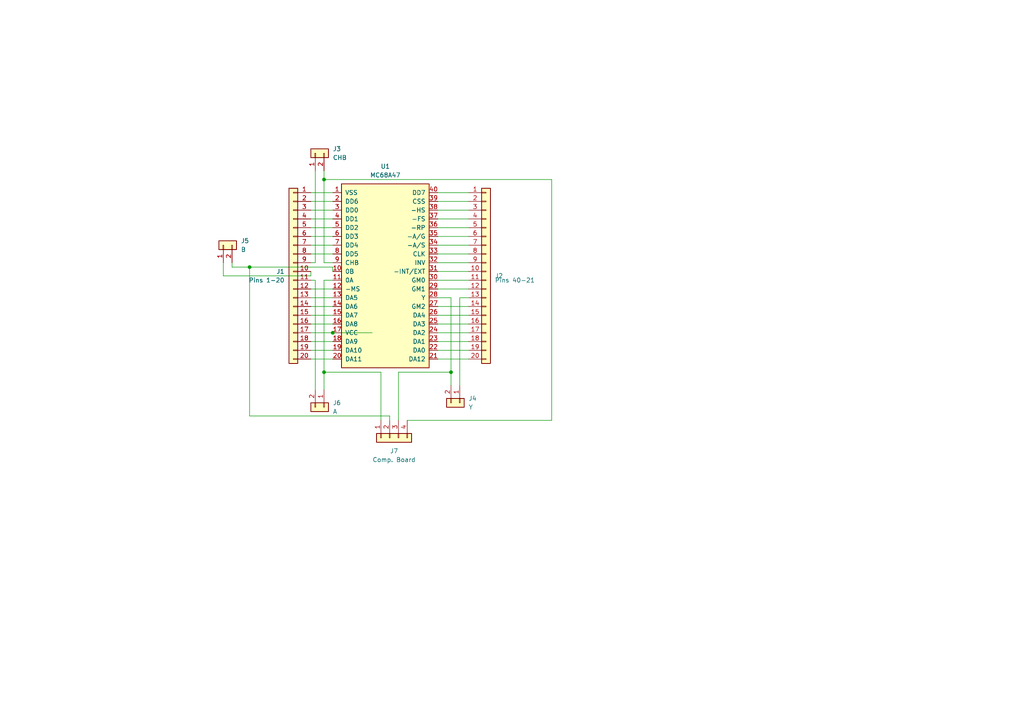
<source format=kicad_sch>
(kicad_sch (version 20231120) (generator "eeschema") (generator_version "8.0")
  (paper "A4")
  (lib_symbols
    (symbol "Connector_Generic:Conn_01x02" (pin_names (offset 1.016) hide)
      (property "Reference" "J" (at 0 2.54 0))
      (property "Value" "Conn_01x02" (at 0 -5.08 0))
      (symbol "Conn_01x02_1_1"
        (rectangle (start -1.27 -2.413) (end 0 -2.667) (stroke (width 0.1524)))
        (rectangle (start -1.27 0.127) (end 0 -0.127) (stroke (width 0.1524)))
        (rectangle (start -1.27 1.27) (end 1.27 -3.81) (stroke (width 0.254)) (fill (type background)))
        (pin passive line (at -5.08 0 0) (length 3.81) (name "Pin_1") (number "1"))
        (pin passive line (at -5.08 -2.54 0) (length 3.81) (name "Pin_2") (number "2"))
      )
    )
    (symbol "Connector_Generic:Conn_01x04" (pin_names (offset 1.016) hide)
      (property "Reference" "J" (at 0 5.08 0))
      (property "Value" "Conn_01x04" (at 0 -7.62 0))
      (symbol "Conn_01x04_1_1"
        (rectangle (start -1.27 -4.953) (end 0 -5.207) (stroke (width 0.1524)))
        (rectangle (start -1.27 -2.413) (end 0 -2.667) (stroke (width 0.1524)))
        (rectangle (start -1.27 0.127) (end 0 -0.127) (stroke (width 0.1524)))
        (rectangle (start -1.27 2.667) (end 0 2.413) (stroke (width 0.1524)))
        (rectangle (start -1.27 3.81) (end 1.27 -6.35) (stroke (width 0.254)) (fill (type background)))
        (pin passive line (at -5.08 2.54 0) (length 3.81) (name "Pin_1") (number "1"))
        (pin passive line (at -5.08 0 0) (length 3.81) (name "Pin_2") (number "2"))
        (pin passive line (at -5.08 -2.54 0) (length 3.81) (name "Pin_3") (number "3"))
        (pin passive line (at -5.08 -5.08 0) (length 3.81) (name "Pin_4") (number "4"))
      )
    )
    (symbol "Connector_Generic:Conn_01x20" (pin_names (offset 1.016) hide)
      (property "Reference" "J" (at 0 25.4 0))
      (property "Value" "Conn_01x20" (at 0 -27.94 0))
      (symbol "Conn_01x20_1_1"
        (rectangle (start -1.27 -25.273) (end 0 -25.527) (stroke (width 0.1524)))
        (rectangle (start -1.27 -22.733) (end 0 -22.987) (stroke (width 0.1524)))
        (rectangle (start -1.27 -20.193) (end 0 -20.447) (stroke (width 0.1524)))
        (rectangle (start -1.27 -17.653) (end 0 -17.907) (stroke (width 0.1524)))
        (rectangle (start -1.27 -15.113) (end 0 -15.367) (stroke (width 0.1524)))
        (rectangle (start -1.27 -12.573) (end 0 -12.827) (stroke (width 0.1524)))
        (rectangle (start -1.27 -10.033) (end 0 -10.287) (stroke (width 0.1524)))
        (rectangle (start -1.27 -7.493) (end 0 -7.747) (stroke (width 0.1524)))
        (rectangle (start -1.27 -4.953) (end 0 -5.207) (stroke (width 0.1524)))
        (rectangle (start -1.27 -2.413) (end 0 -2.667) (stroke (width 0.1524)))
        (rectangle (start -1.27 0.127) (end 0 -0.127) (stroke (width 0.1524)))
        (rectangle (start -1.27 2.667) (end 0 2.413) (stroke (width 0.1524)))
        (rectangle (start -1.27 5.207) (end 0 4.953) (stroke (width 0.1524)))
        (rectangle (start -1.27 7.747) (end 0 7.493) (stroke (width 0.1524)))
        (rectangle (start -1.27 10.287) (end 0 10.033) (stroke (width 0.1524)))
        (rectangle (start -1.27 12.827) (end 0 12.573) (stroke (width 0.1524)))
        (rectangle (start -1.27 15.367) (end 0 15.113) (stroke (width 0.1524)))
        (rectangle (start -1.27 17.907) (end 0 17.653) (stroke (width 0.1524)))
        (rectangle (start -1.27 20.447) (end 0 20.193) (stroke (width 0.1524)))
        (rectangle (start -1.27 22.987) (end 0 22.733) (stroke (width 0.1524)))
        (rectangle (start -1.27 24.13) (end 1.27 -26.67) (stroke (width 0.254)) (fill (type background)))
        (pin passive line (at -5.08 22.86 0) (length 3.81) (name "Pin_1") (number "1"))
        (pin passive line (at -5.08 0 0) (length 3.81) (name "Pin_10") (number "10"))
        (pin passive line (at -5.08 -2.54 0) (length 3.81) (name "Pin_11") (number "11"))
        (pin passive line (at -5.08 -5.08 0) (length 3.81) (name "Pin_12") (number "12"))
        (pin passive line (at -5.08 -7.62 0) (length 3.81) (name "Pin_13") (number "13"))
        (pin passive line (at -5.08 -10.16 0) (length 3.81) (name "Pin_14") (number "14"))
        (pin passive line (at -5.08 -12.7 0) (length 3.81) (name "Pin_15") (number "15"))
        (pin passive line (at -5.08 -15.24 0) (length 3.81) (name "Pin_16") (number "16"))
        (pin passive line (at -5.08 -17.78 0) (length 3.81) (name "Pin_17") (number "17"))
        (pin passive line (at -5.08 -20.32 0) (length 3.81) (name "Pin_18") (number "18"))
        (pin passive line (at -5.08 -22.86 0) (length 3.81) (name "Pin_19") (number "19"))
        (pin passive line (at -5.08 20.32 0) (length 3.81) (name "Pin_2") (number "2"))
        (pin passive line (at -5.08 -25.4 0) (length 3.81) (name "Pin_20") (number "20"))
        (pin passive line (at -5.08 17.78 0) (length 3.81) (name "Pin_3") (number "3"))
        (pin passive line (at -5.08 15.24 0) (length 3.81) (name "Pin_4") (number "4"))
        (pin passive line (at -5.08 12.7 0) (length 3.81) (name "Pin_5") (number "5"))
        (pin passive line (at -5.08 10.16 0) (length 3.81) (name "Pin_6") (number "6"))
        (pin passive line (at -5.08 7.62 0) (length 3.81) (name "Pin_7") (number "7"))
        (pin passive line (at -5.08 5.08 0) (length 3.81) (name "Pin_8") (number "8"))
        (pin passive line (at -5.08 2.54 0) (length 3.81) (name "Pin_9") (number "9"))
      )
    )
    (symbol "GPU:MC68A45" (pin_names (offset 1.016))
      (property "Reference" "U1" (at 2.1941 38.1 0))
      (property "Value" "MC68A47" (at 2.1941 35.56 0))
      (symbol "MC68A45_0_1"
        (rectangle (start -12.7 33.02) (end 12.7 -20.32) (stroke (width 0.254)) (fill (type background)))
      )
      (symbol "MC68A45_1_1"
        (pin power_in line (at -15.24 30.48 0) (length 2.54) (name "VSS") (number "1"))
        (pin output line (at -15.24 7.62 0) (length 2.54) (name "0B") (number "10"))
        (pin output line (at -15.24 5.08 0) (length 2.54) (name "0A") (number "11"))
        (pin input line (at -15.24 2.54 0) (length 2.54) (name "-MS") (number "12"))
        (pin input line (at -15.24 0 0) (length 2.54) (name "DA5") (number "13"))
        (pin input line (at -15.24 -2.54 0) (length 2.54) (name "DA6") (number "14"))
        (pin input line (at -15.24 -5.08 0) (length 2.54) (name "DA7") (number "15"))
        (pin input line (at -15.24 -7.62 0) (length 2.54) (name "DA8") (number "16"))
        (pin power_in line (at -15.24 -10.16 0) (length 2.54) (name "VCC") (number "17"))
        (pin input line (at -15.24 -12.7 0) (length 2.54) (name "DA9") (number "18"))
        (pin input line (at -15.24 -15.24 0) (length 2.54) (name "DA10") (number "19"))
        (pin input line (at -15.24 27.94 0) (length 2.54) (name "DD6") (number "2"))
        (pin input line (at -15.24 -17.78 0) (length 2.54) (name "DA11") (number "20"))
        (pin input line (at 15.24 -17.78 180) (length 2.54) (name "DA12") (number "21"))
        (pin input line (at 15.24 -15.24 180) (length 2.54) (name "DA0") (number "22"))
        (pin input line (at 15.24 -12.7 180) (length 2.54) (name "DA1") (number "23"))
        (pin input line (at 15.24 -10.16 180) (length 2.54) (name "DA2") (number "24"))
        (pin input line (at 15.24 -7.62 180) (length 2.54) (name "DA3") (number "25"))
        (pin input line (at 15.24 -5.08 180) (length 2.54) (name "DA4") (number "26"))
        (pin input line (at 15.24 -2.54 180) (length 2.54) (name "GM2") (number "27"))
        (pin output line (at 15.24 0 180) (length 2.54) (name "Y") (number "28"))
        (pin input line (at 15.24 2.54 180) (length 2.54) (name "GM1") (number "29"))
        (pin input line (at -15.24 25.4 0) (length 2.54) (name "DD0") (number "3"))
        (pin input line (at 15.24 5.08 180) (length 2.54) (name "GM0") (number "30"))
        (pin input line (at 15.24 7.62 180) (length 2.54) (name "-INT/EXT") (number "31"))
        (pin input line (at 15.24 10.16 180) (length 2.54) (name "INV") (number "32"))
        (pin input line (at 15.24 12.7 180) (length 2.54) (name "CLK") (number "33"))
        (pin output line (at 15.24 15.24 180) (length 2.54) (name "-A/S") (number "34"))
        (pin output line (at 15.24 17.78 180) (length 2.54) (name "-A/G") (number "35"))
        (pin output line (at 15.24 20.32 180) (length 2.54) (name "-RP") (number "36"))
        (pin output line (at 15.24 22.86 180) (length 2.54) (name "-FS") (number "37"))
        (pin output line (at 15.24 25.4 180) (length 2.54) (name "-HS") (number "38"))
        (pin output line (at 15.24 27.94 180) (length 2.54) (name "CSS") (number "39"))
        (pin input line (at -15.24 22.86 0) (length 2.54) (name "DD1") (number "4"))
        (pin output line (at 15.24 30.48 180) (length 2.54) (name "DD7") (number "40"))
        (pin input line (at -15.24 20.32 0) (length 2.54) (name "DD2") (number "5"))
        (pin output line (at -15.24 17.78 0) (length 2.54) (name "DD3") (number "6"))
        (pin input line (at -15.24 15.24 0) (length 2.54) (name "DD4") (number "7"))
        (pin input line (at -15.24 12.7 0) (length 2.54) (name "DD5") (number "8"))
        (pin output line (at -15.24 10.16 0) (length 2.54) (name "CHB") (number "9"))
      )
    )
  )
  (junction (at 93.98 107.95))
  (junction (at 72.39 77.47))
  (junction (at 93.98 52.07))
  (junction (at 130.81 107.95))
  (junction (at 96.52 96.52))
  (wire (pts (xy 127 88.9) (xy 135.89 88.9)))
  (wire (pts (xy 113.03 121.92) (xy 113.03 120.65)))
  (wire (pts (xy 90.17 83.82) (xy 96.52 83.82)))
  (wire (pts (xy 127 73.66) (xy 135.89 73.66)))
  (wire (pts (xy 64.77 80.01) (xy 90.17 80.01)))
  (wire (pts (xy 127 71.12) (xy 135.89 71.12)))
  (wire (pts (xy 127 83.82) (xy 135.89 83.82)))
  (wire (pts (xy 90.17 58.42) (xy 96.52 58.42)))
  (wire (pts (xy 115.57 107.95) (xy 130.81 107.95)))
  (wire (pts (xy 90.17 73.66) (xy 96.52 73.66)))
  (wire (pts (xy 90.17 81.28) (xy 91.44 81.28)))
  (wire (pts (xy 127 93.98) (xy 135.89 93.98)))
  (wire (pts (xy 64.77 80.01) (xy 64.77 76.2)))
  (wire (pts (xy 90.17 66.04) (xy 96.52 66.04)))
  (wire (pts (xy 96.52 77.47) (xy 72.39 77.47)))
  (wire (pts (xy 90.17 96.52) (xy 96.52 96.52)))
  (wire (pts (xy 90.17 88.9) (xy 96.52 88.9)))
  (wire (pts (xy 113.03 120.65) (xy 72.39 120.65)))
  (wire (pts (xy 93.98 81.28) (xy 93.98 107.95)))
  (wire (pts (xy 96.52 81.28) (xy 93.98 81.28)))
  (wire (pts (xy 127 55.88) (xy 135.89 55.88)))
  (wire (pts (xy 72.39 77.47) (xy 67.31 77.47)))
  (wire (pts (xy 93.98 76.2) (xy 96.52 76.2)))
  (wire (pts (xy 127 86.36) (xy 130.81 86.36)))
  (wire (pts (xy 90.17 93.98) (xy 96.52 93.98)))
  (wire (pts (xy 90.17 104.14) (xy 96.52 104.14)))
  (wire (pts (xy 90.17 76.2) (xy 91.44 76.2)))
  (wire (pts (xy 127 81.28) (xy 135.89 81.28)))
  (wire (pts (xy 96.52 78.74) (xy 96.52 77.47)))
  (wire (pts (xy 127 91.44) (xy 135.89 91.44)))
  (wire (pts (xy 96.52 96.52) (xy 107.95 96.52)))
  (wire (pts (xy 90.17 99.06) (xy 96.52 99.06)))
  (wire (pts (xy 127 99.06) (xy 135.89 99.06)))
  (wire (pts (xy 133.35 111.76) (xy 133.35 86.36)))
  (wire (pts (xy 90.17 60.96) (xy 96.52 60.96)))
  (wire (pts (xy 118.11 121.92) (xy 160.02 121.92)))
  (wire (pts (xy 127 78.74) (xy 135.89 78.74)))
  (wire (pts (xy 91.44 76.2) (xy 91.44 49.53)))
  (wire (pts (xy 127 68.58) (xy 135.89 68.58)))
  (wire (pts (xy 90.17 80.01) (xy 90.17 78.74)))
  (wire (pts (xy 127 63.5) (xy 135.89 63.5)))
  (wire (pts (xy 133.35 86.36) (xy 135.89 86.36)))
  (wire (pts (xy 90.17 71.12) (xy 96.52 71.12)))
  (wire (pts (xy 127 104.14) (xy 135.89 104.14)))
  (wire (pts (xy 72.39 120.65) (xy 72.39 77.47)))
  (wire (pts (xy 93.98 107.95) (xy 110.49 107.95)))
  (wire (pts (xy 127 96.52) (xy 135.89 96.52)))
  (wire (pts (xy 67.31 76.2) (xy 67.31 77.47)))
  (wire (pts (xy 93.98 52.07) (xy 93.98 76.2)))
  (wire (pts (xy 127 66.04) (xy 135.89 66.04)))
  (wire (pts (xy 130.81 107.95) (xy 130.81 111.76)))
  (wire (pts (xy 160.02 121.92) (xy 160.02 52.07)))
  (wire (pts (xy 90.17 63.5) (xy 96.52 63.5)))
  (wire (pts (xy 127 60.96) (xy 135.89 60.96)))
  (wire (pts (xy 160.02 52.07) (xy 93.98 52.07)))
  (wire (pts (xy 90.17 68.58) (xy 96.52 68.58)))
  (wire (pts (xy 93.98 107.95) (xy 93.98 113.03)))
  (wire (pts (xy 90.17 91.44) (xy 96.52 91.44)))
  (wire (pts (xy 90.17 86.36) (xy 96.52 86.36)))
  (wire (pts (xy 91.44 81.28) (xy 91.44 113.03)))
  (wire (pts (xy 110.49 121.92) (xy 110.49 107.95)))
  (wire (pts (xy 127 101.6) (xy 135.89 101.6)))
  (wire (pts (xy 90.17 55.88) (xy 96.52 55.88)))
  (wire (pts (xy 90.17 101.6) (xy 96.52 101.6)))
  (wire (pts (xy 130.81 86.36) (xy 130.81 107.95)))
  (wire (pts (xy 127 58.42) (xy 135.89 58.42)))
  (wire (pts (xy 115.57 121.92) (xy 115.57 107.95)))
  (wire (pts (xy 127 76.2) (xy 135.89 76.2)))
  (wire (pts (xy 93.98 49.53) (xy 93.98 52.07)))
  (symbol (lib_id "GPU:MC68A45") (at 111.76 86.36 0) (unit 1)
    (property "Reference" "U1" (at 111.76 48.26 0))
    (property "Value" "MC68A47" (at 111.76 50.8 0))
    (property "Footprint" "Package_DIP:DIP-40_W15.24mm" (effects (hide yes)))
    (property "Datasheet" "http://pdf.datasheetcatalog.com/datasheet_pdf/motorola/MC6847.pdf" (effects (hide yes)))
    (property "Description" "CRT Controller 1.5MHz, DIP-40" (effects (hide yes)))
  )
  (symbol (lib_id "Connector_Generic:Conn_01x02") (at 91.44 44.45 90) (unit 1)
    (property "Reference" "J3" (at 96.52 43.1799 90) (effects (justify right)))
    (property "Value" "CHB" (at 96.52 45.7199 90) (effects (justify right)))
    (property "Footprint" "Connector_PinHeader_2.54mm:PinHeader_1x02_P2.54mm_Vertical" (effects (hide yes)))
    (property "Description" "Generic connector, single row, 01x02, script generated (kicad-library-utils/schlib/autogen/connector/)" (effects (hide yes)))
  )
  (symbol (lib_id "Connector_Generic:Conn_01x20") (at 85.09 78.74 0) (mirror y) (unit 1)
    (property "Reference" "J1" (at 82.55 78.7399 0) (effects (justify left)))
    (property "Value" "Pins 1-20" (at 82.55 81.2799 0) (effects (justify left)))
    (property "Footprint" "Connector_PinHeader_2.54mm:PinHeader_1x20_P2.54mm_Vertical" (effects (hide yes)))
    (property "Description" "Generic connector, single row, 01x20, script generated (kicad-library-utils/schlib/autogen/connector/)" (effects (hide yes)))
  )
  (symbol (lib_id "Connector_Generic:Conn_01x02") (at 93.98 118.11 270) (unit 1)
    (property "Reference" "J6" (at 96.52 116.8399 90) (effects (justify left)))
    (property "Value" "A" (at 96.52 119.3799 90) (effects (justify left)))
    (property "Footprint" "Connector_PinHeader_2.54mm:PinHeader_1x02_P2.54mm_Vertical" (effects (hide yes)))
    (property "Description" "Generic connector, single row, 01x02, script generated (kicad-library-utils/schlib/autogen/connector/)" (effects (hide yes)))
  )
  (symbol (lib_id "Connector_Generic:Conn_01x04") (at 113.03 127 90) (mirror x) (unit 1)
    (property "Reference" "J7" (at 114.3 130.81 90))
    (property "Value" "Comp. Board" (at 114.3 133.35 90))
    (property "Footprint" "Connector_PinHeader_2.54mm:PinHeader_1x04_P2.54mm_Vertical" (effects (hide yes)))
    (property "Description" "Generic connector, single row, 01x04, script generated (kicad-library-utils/schlib/autogen/connector/)" (effects (hide yes)))
  )
  (symbol (lib_id "Connector_Generic:Conn_01x02") (at 133.35 116.84 270) (unit 1)
    (property "Reference" "J4" (at 135.89 115.5699 90) (effects (justify left)))
    (property "Value" "Y" (at 135.89 118.1099 90) (effects (justify left)))
    (property "Footprint" "Connector_PinHeader_2.54mm:PinHeader_1x02_P2.54mm_Vertical" (effects (hide yes)))
    (property "Description" "Generic connector, single row, 01x02, script generated (kicad-library-utils/schlib/autogen/connector/)" (effects (hide yes)))
  )
  (symbol (lib_id "Connector_Generic:Conn_01x20") (at 140.97 78.74 0) (unit 1)
    (property "Reference" "J2" (at 143.51 80.0099 0) (effects (justify left)))
    (property "Value" "Pins 40-21" (at 143.51 81.2799 0) (effects (justify left)))
    (property "Footprint" "Connector_PinHeader_2.54mm:PinHeader_1x20_P2.54mm_Vertical" (effects (hide yes)))
    (property "Description" "Generic connector, single row, 01x20, script generated (kicad-library-utils/schlib/autogen/connector/)" (effects (hide yes)))
  )
  (symbol (lib_id "Connector_Generic:Conn_01x02") (at 64.77 71.12 90) (unit 1)
    (property "Reference" "J5" (at 69.85 69.8499 90) (effects (justify right)))
    (property "Value" "B" (at 69.85 72.3899 90) (effects (justify right)))
    (property "Footprint" "Connector_PinHeader_2.54mm:PinHeader_1x02_P2.54mm_Vertical" (effects (hide yes)))
    (property "Description" "Generic connector, single row, 01x02, script generated (kicad-library-utils/schlib/autogen/connector/)" (effects (hide yes)))
  )
)
</source>
